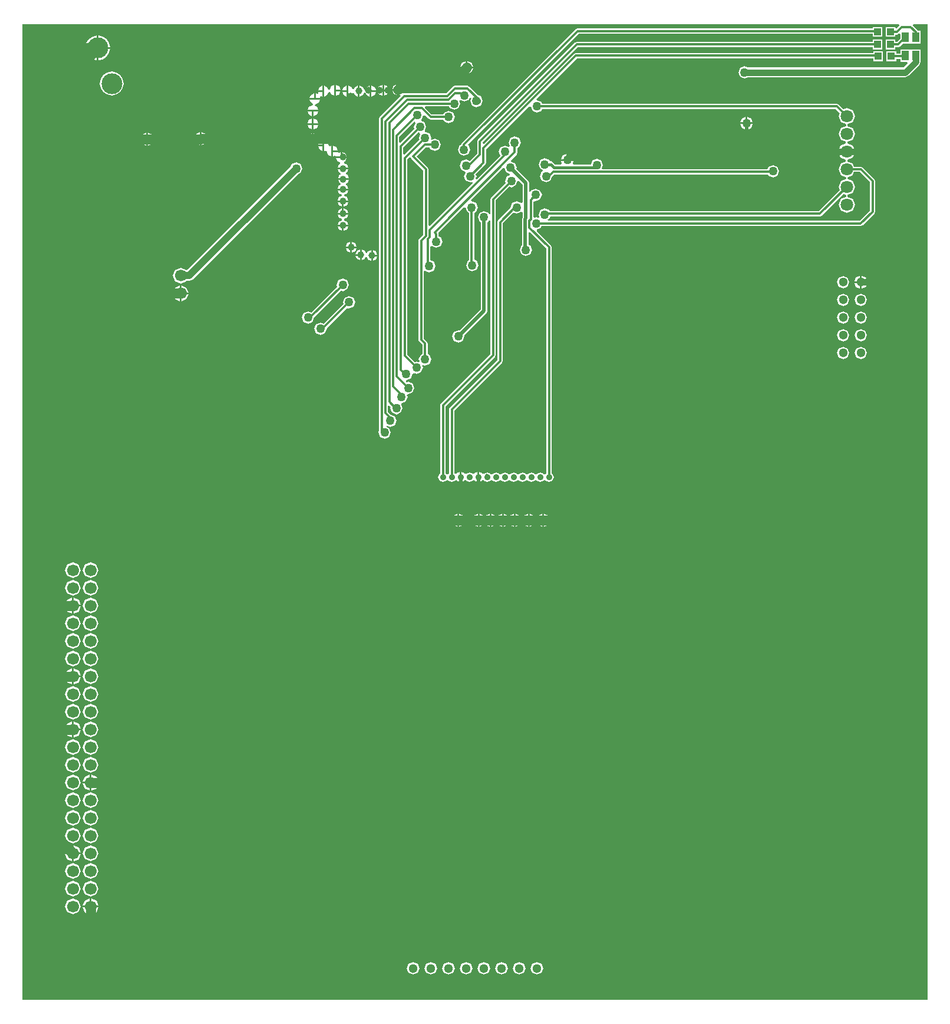
<source format=gbl>
%FSLAX44Y44*%
%MOMM*%
G71*
G01*
G75*
G04 Layer_Physical_Order=2*
G04 Layer_Color=16711680*
%ADD10R,1.0000X1.0000*%
%ADD11R,1.0000X1.0000*%
%ADD12R,0.5500X1.5000*%
%ADD13R,1.5000X0.5500*%
%ADD14R,2.0000X5.5000*%
%ADD15R,0.7600X1.7800*%
%ADD16R,0.7200X1.7800*%
%ADD17R,4.3000X2.6000*%
%ADD18R,5.7000X5.5000*%
%ADD19C,0.5000*%
%ADD20C,0.3000*%
%ADD21C,2.0000*%
%ADD22C,0.9000*%
%ADD23C,1.4000*%
%ADD24C,0.5400*%
%ADD25C,0.2540*%
%ADD26C,1.0000*%
%ADD27C,0.4000*%
%ADD28C,1.8000*%
%ADD29C,0.9000*%
%ADD30C,1.3000*%
%ADD31C,1.7000*%
%ADD32C,3.0000*%
%ADD33C,1.2700*%
%ADD34C,1.0000*%
%ADD35R,1.0000X1.4000*%
G36*
X1300000Y2000D02*
X1300000Y0D01*
X0D01*
Y1400000D01*
X0Y1400000D01*
X1258814D01*
X1259643Y1398000D01*
X1256000Y1394357D01*
X1254000Y1395186D01*
Y1396000D01*
X1240000D01*
Y1382000D01*
X1254000D01*
Y1385212D01*
X1256000D01*
X1256000Y1385212D01*
X1258679Y1386321D01*
X1259152Y1386795D01*
X1261000Y1386029D01*
Y1379758D01*
X1256031Y1374788D01*
X1254000D01*
Y1378000D01*
X1240000D01*
Y1364000D01*
X1254000D01*
Y1367212D01*
X1257600D01*
X1257600Y1367212D01*
X1260279Y1368321D01*
X1264358Y1372400D01*
X1275000D01*
Y1372400D01*
X1276000D01*
Y1372400D01*
X1290000D01*
Y1390400D01*
X1286208D01*
X1286004Y1390894D01*
X1285679Y1391679D01*
X1285679Y1391679D01*
X1279358Y1398000D01*
X1280186Y1400000D01*
X1300000D01*
Y2000D01*
D02*
G37*
%LPC*%
G36*
X97700Y602265D02*
X89664Y598936D01*
X86335Y590900D01*
X89664Y582864D01*
X97700Y579535D01*
X105736Y582864D01*
X109065Y590900D01*
X105736Y598936D01*
X97700Y602265D01*
D02*
G37*
G36*
X72300Y627665D02*
X64264Y624336D01*
X60935Y616300D01*
X64264Y608264D01*
X72300Y604935D01*
X80336Y608264D01*
X83665Y616300D01*
X80336Y624336D01*
X72300Y627665D01*
D02*
G37*
G36*
Y602265D02*
X64264Y598936D01*
X60935Y590900D01*
X64264Y582864D01*
X72300Y579535D01*
X80336Y582864D01*
X83665Y590900D01*
X80336Y598936D01*
X72300Y602265D01*
D02*
G37*
G36*
X71030Y576923D02*
X63850Y573950D01*
X60876Y566770D01*
X71030D01*
Y576923D01*
D02*
G37*
G36*
X73570D02*
Y566770D01*
X83723D01*
X80750Y573950D01*
X73570Y576923D01*
D02*
G37*
G36*
X97700Y627665D02*
X89664Y624336D01*
X86335Y616300D01*
X89664Y608264D01*
X97700Y604935D01*
X105736Y608264D01*
X109065Y616300D01*
X105736Y624336D01*
X97700Y627665D01*
D02*
G37*
G36*
X736105Y686730D02*
X728270D01*
Y678904D01*
X733804Y681196D01*
X735981Y686451D01*
D01*
X736020Y686544D01*
X736105Y686730D01*
D02*
G37*
G36*
X746730D02*
X738895D01*
X738980Y686544D01*
X739019Y686451D01*
Y686451D01*
X741196Y681196D01*
X746730Y678904D01*
Y686730D01*
D02*
G37*
G36*
X653730D02*
X645904D01*
X648196Y681196D01*
X653730Y678904D01*
Y686730D01*
D02*
G37*
G36*
X624730D02*
X616904D01*
X619196Y681196D01*
X624730Y678904D01*
Y686730D01*
D02*
G37*
G36*
X635096D02*
X627270D01*
Y678904D01*
X632804Y681196D01*
X635096Y686730D01*
D02*
G37*
G36*
X97700Y576865D02*
X89664Y573536D01*
X86335Y565500D01*
X89664Y557464D01*
X97700Y554135D01*
X105736Y557464D01*
X109065Y565500D01*
X105736Y573536D01*
X97700Y576865D01*
D02*
G37*
G36*
X72300Y500665D02*
X64264Y497336D01*
X60935Y489300D01*
X64264Y481264D01*
X72300Y477935D01*
X80336Y481264D01*
X83665Y489300D01*
X80336Y497336D01*
X72300Y500665D01*
D02*
G37*
G36*
X97700D02*
X89664Y497336D01*
X86335Y489300D01*
X89664Y481264D01*
X97700Y477935D01*
X105736Y481264D01*
X109065Y489300D01*
X105736Y497336D01*
X97700Y500665D01*
D02*
G37*
G36*
X73570Y475323D02*
Y465170D01*
X83723D01*
X80750Y472350D01*
X73570Y475323D01*
D02*
G37*
G36*
X97700Y475265D02*
X89664Y471936D01*
X86335Y463900D01*
X89664Y455864D01*
X97700Y452535D01*
X105736Y455864D01*
X109065Y463900D01*
X105736Y471936D01*
X97700Y475265D01*
D02*
G37*
G36*
X71030Y475323D02*
X63850Y472350D01*
X60876Y465170D01*
X71030D01*
Y475323D01*
D02*
G37*
G36*
X72300Y526065D02*
X64264Y522736D01*
X60935Y514700D01*
X64264Y506664D01*
X72300Y503335D01*
X80336Y506664D01*
X83665Y514700D01*
X80336Y522736D01*
X72300Y526065D01*
D02*
G37*
G36*
X71030Y564230D02*
X60876D01*
X63850Y557050D01*
X71030Y554076D01*
Y564230D01*
D02*
G37*
G36*
X83723D02*
X73570D01*
Y554076D01*
X80750Y557050D01*
X83723Y564230D01*
D02*
G37*
G36*
X97700Y551465D02*
X89664Y548136D01*
X86335Y540100D01*
X89664Y532064D01*
X97700Y528735D01*
X105736Y532064D01*
X109065Y540100D01*
X105736Y548136D01*
X97700Y551465D01*
D02*
G37*
G36*
Y526065D02*
X89664Y522736D01*
X86335Y514700D01*
X89664Y506664D01*
X97700Y503335D01*
X105736Y506664D01*
X109065Y514700D01*
X105736Y522736D01*
X97700Y526065D01*
D02*
G37*
G36*
X72300Y551465D02*
X64264Y548136D01*
X60935Y540100D01*
X64264Y532064D01*
X72300Y528735D01*
X80336Y532064D01*
X83665Y540100D01*
X80336Y548136D01*
X72300Y551465D01*
D02*
G37*
G36*
X757096Y686730D02*
X749270D01*
Y678904D01*
X754804Y681196D01*
X757096Y686730D01*
D02*
G37*
G36*
X1204150Y962700D02*
X1197644Y960006D01*
X1194950Y953500D01*
X1197644Y946994D01*
X1204150Y944300D01*
X1210656Y946994D01*
X1213350Y953500D01*
X1210656Y960006D01*
X1204150Y962700D01*
D02*
G37*
G36*
X1178750Y988100D02*
X1172244Y985406D01*
X1169550Y978900D01*
X1172244Y972394D01*
X1178750Y969700D01*
X1185256Y972394D01*
X1187950Y978900D01*
X1185256Y985406D01*
X1178750Y988100D01*
D02*
G37*
G36*
Y962700D02*
X1172244Y960006D01*
X1169550Y953500D01*
X1172244Y946994D01*
X1178750Y944300D01*
X1185256Y946994D01*
X1187950Y953500D01*
X1185256Y960006D01*
X1178750Y962700D01*
D02*
G37*
G36*
Y937300D02*
X1172244Y934606D01*
X1169550Y928100D01*
X1172244Y921594D01*
X1178750Y918900D01*
X1185256Y921594D01*
X1187950Y928100D01*
X1185256Y934606D01*
X1178750Y937300D01*
D02*
G37*
G36*
X1204150D02*
X1197644Y934606D01*
X1194950Y928100D01*
X1197644Y921594D01*
X1204150Y918900D01*
X1210656Y921594D01*
X1213350Y928100D01*
X1210656Y934606D01*
X1204150Y937300D01*
D02*
G37*
G36*
Y988100D02*
X1197644Y985406D01*
X1194950Y978900D01*
X1197644Y972394D01*
X1204150Y969700D01*
X1210656Y972394D01*
X1213350Y978900D01*
X1210656Y985406D01*
X1204150Y988100D01*
D02*
G37*
G36*
X225730Y1012330D02*
X215576D01*
X218550Y1005150D01*
X225730Y1002177D01*
Y1012330D01*
D02*
G37*
G36*
X238424D02*
X228270D01*
Y1002177D01*
X235450Y1005150D01*
X238424Y1012330D01*
D02*
G37*
G36*
X1204150Y1013500D02*
X1197644Y1010806D01*
X1194950Y1004300D01*
X1197644Y997794D01*
X1204150Y995100D01*
X1210656Y997794D01*
X1213350Y1004300D01*
X1210656Y1010806D01*
X1204150Y1013500D01*
D02*
G37*
G36*
X469000Y1010038D02*
X462609Y1007391D01*
X459962Y1001000D01*
X461040Y998398D01*
X432724Y970081D01*
X428000Y972038D01*
X421609Y969391D01*
X418962Y963000D01*
X421609Y956609D01*
X428000Y953962D01*
X434391Y956609D01*
X437038Y963000D01*
X436839Y963481D01*
X466398Y993040D01*
X469000Y991962D01*
X475391Y994609D01*
X478038Y1001000D01*
X475391Y1007391D01*
X469000Y1010038D01*
D02*
G37*
G36*
X1178750Y1013500D02*
X1172244Y1010806D01*
X1169550Y1004300D01*
X1172244Y997794D01*
X1178750Y995100D01*
X1185256Y997794D01*
X1187950Y1004300D01*
X1185256Y1010806D01*
X1178750Y1013500D01*
D02*
G37*
G36*
X653330Y757094D02*
X649212Y755388D01*
X648958Y754775D01*
X646958D01*
X646875Y754975D01*
X641900Y757036D01*
X636925Y754975D01*
X636842Y754775D01*
X634842D01*
X634588Y755388D01*
X630470Y757094D01*
Y750000D01*
Y742906D01*
X634588Y744612D01*
X634842Y745225D01*
X636842D01*
X636925Y745025D01*
X641900Y742964D01*
X646875Y745025D01*
X646958Y745225D01*
X648958D01*
X649212Y744612D01*
X653330Y742906D01*
Y750000D01*
Y757094D01*
D02*
G37*
G36*
X653730Y697096D02*
X648196Y694804D01*
X645904Y689270D01*
X653730D01*
Y697096D01*
D02*
G37*
G36*
X728270D02*
Y689270D01*
X736105D01*
X736020Y689456D01*
X735981Y689549D01*
Y689549D01*
X733804Y694804D01*
X728270Y697096D01*
D02*
G37*
G36*
X627270D02*
Y689270D01*
X635096D01*
X632804Y694804D01*
X627270Y697096D01*
D02*
G37*
G36*
X737471Y688224D02*
Y687776D01*
X737529D01*
Y688224D01*
X737471D01*
D02*
G37*
G36*
X624730Y697096D02*
X619196Y694804D01*
X616904Y689270D01*
X624730D01*
Y697096D01*
D02*
G37*
G36*
X746730D02*
X741196Y694804D01*
X739019Y689549D01*
D01*
X738980Y689456D01*
X738895Y689270D01*
X746730D01*
Y697096D01*
D02*
G37*
G36*
X705730D02*
X700196Y694804D01*
X699500Y693124D01*
X697500D01*
X696804Y694804D01*
X691270Y697096D01*
Y688000D01*
Y678904D01*
X696804Y681196D01*
X697500Y682876D01*
X699500D01*
X700196Y681196D01*
X705730Y678904D01*
Y688000D01*
Y697096D01*
D02*
G37*
G36*
X670730D02*
X665196Y694804D01*
X664500Y693124D01*
X662500D01*
X661804Y694804D01*
X656270Y697096D01*
Y688000D01*
Y678904D01*
X661804Y681196D01*
X662500Y682876D01*
X664500D01*
X665196Y681196D01*
X670730Y678904D01*
Y688000D01*
Y697096D01*
D02*
G37*
G36*
X688730D02*
X683196Y694804D01*
X682000Y691917D01*
X680000D01*
X678804Y694804D01*
X673270Y697096D01*
Y688000D01*
Y678904D01*
X678804Y681196D01*
X680000Y684083D01*
X682000D01*
X683196Y681196D01*
X688730Y678904D01*
Y688000D01*
Y697096D01*
D02*
G37*
G36*
X749270D02*
Y689270D01*
X757096D01*
X754804Y694804D01*
X749270Y697096D01*
D02*
G37*
G36*
X725730D02*
X720196Y694804D01*
X718082Y689702D01*
X715918D01*
X713804Y694804D01*
X708270Y697096D01*
Y688000D01*
Y678904D01*
X713804Y681196D01*
X715918Y686298D01*
X718082D01*
X720196Y681196D01*
X725730Y678904D01*
Y688000D01*
Y697096D01*
D02*
G37*
G36*
X83723Y462630D02*
X73570D01*
Y452477D01*
X80750Y455450D01*
X83723Y462630D01*
D02*
G37*
G36*
X72300Y195865D02*
X64264Y192536D01*
X60935Y184500D01*
X64264Y176464D01*
X72300Y173135D01*
X80336Y176464D01*
X83665Y184500D01*
X80336Y192536D01*
X72300Y195865D01*
D02*
G37*
G36*
X97700D02*
X89664Y192536D01*
X86335Y184500D01*
X89664Y176464D01*
X97700Y173135D01*
X105736Y176464D01*
X109065Y184500D01*
X105736Y192536D01*
X97700Y195865D01*
D02*
G37*
G36*
Y170465D02*
X89664Y167136D01*
X86335Y159100D01*
X89664Y151064D01*
X97700Y147735D01*
X105736Y151064D01*
X109065Y159100D01*
X105736Y167136D01*
X97700Y170465D01*
D02*
G37*
G36*
X98970Y145124D02*
Y134970D01*
X109123D01*
X106150Y142150D01*
X98970Y145124D01*
D02*
G37*
G36*
X72300Y170465D02*
X64264Y167136D01*
X60935Y159100D01*
X64264Y151064D01*
X72300Y147735D01*
X80336Y151064D01*
X83665Y159100D01*
X80336Y167136D01*
X72300Y170465D01*
D02*
G37*
G36*
X71030Y208630D02*
X60876D01*
X63850Y201450D01*
X71030Y198477D01*
Y208630D01*
D02*
G37*
G36*
X73570Y221324D02*
Y211170D01*
X83723D01*
X80750Y218350D01*
X73570Y221324D01*
D02*
G37*
G36*
X72300Y246665D02*
X64264Y243336D01*
X60935Y235300D01*
X64264Y227264D01*
X72300Y223935D01*
X80336Y227264D01*
X83665Y235300D01*
X80336Y243336D01*
X72300Y246665D01*
D02*
G37*
G36*
X71030Y221324D02*
X63850Y218350D01*
X60876Y211170D01*
X71030D01*
Y221324D01*
D02*
G37*
G36*
X83723Y208630D02*
X73570D01*
Y198477D01*
X80750Y201450D01*
X83723Y208630D01*
D02*
G37*
G36*
X97700Y221265D02*
X89664Y217936D01*
X86335Y209900D01*
X89664Y201864D01*
X97700Y198535D01*
X105736Y201864D01*
X109065Y209900D01*
X105736Y217936D01*
X97700Y221265D01*
D02*
G37*
G36*
X96430Y145124D02*
X89250Y142150D01*
X86277Y134970D01*
X96430D01*
Y145124D01*
D02*
G37*
G36*
X637300Y54200D02*
X630794Y51506D01*
X628100Y45000D01*
X630794Y38494D01*
X637300Y35800D01*
X643806Y38494D01*
X646500Y45000D01*
X643806Y51506D01*
X637300Y54200D01*
D02*
G37*
G36*
X662700D02*
X656194Y51506D01*
X653500Y45000D01*
X656194Y38494D01*
X662700Y35800D01*
X669206Y38494D01*
X671900Y45000D01*
X669206Y51506D01*
X662700Y54200D01*
D02*
G37*
G36*
X611900D02*
X605394Y51506D01*
X602700Y45000D01*
X605394Y38494D01*
X611900Y35800D01*
X618406Y38494D01*
X621100Y45000D01*
X618406Y51506D01*
X611900Y54200D01*
D02*
G37*
G36*
X561100D02*
X554594Y51506D01*
X551900Y45000D01*
X554594Y38494D01*
X561100Y35800D01*
X567606Y38494D01*
X570300Y45000D01*
X567606Y51506D01*
X561100Y54200D01*
D02*
G37*
G36*
X586500D02*
X579994Y51506D01*
X577300Y45000D01*
X579994Y38494D01*
X586500Y35800D01*
X593006Y38494D01*
X595700Y45000D01*
X593006Y51506D01*
X586500Y54200D01*
D02*
G37*
G36*
X688100D02*
X681594Y51506D01*
X678900Y45000D01*
X681594Y38494D01*
X688100Y35800D01*
X694606Y38494D01*
X697300Y45000D01*
X694606Y51506D01*
X688100Y54200D01*
D02*
G37*
G36*
X109123Y132430D02*
X98970D01*
Y122276D01*
X106150Y125250D01*
X109123Y132430D01*
D02*
G37*
G36*
X72300Y145065D02*
X64264Y141736D01*
X60935Y133700D01*
X64264Y125664D01*
X72300Y122335D01*
X80336Y125664D01*
X83665Y133700D01*
X80336Y141736D01*
X72300Y145065D01*
D02*
G37*
G36*
X96430Y132430D02*
X86277D01*
X89250Y125250D01*
X96430Y122276D01*
Y132430D01*
D02*
G37*
G36*
X713500Y54200D02*
X706994Y51506D01*
X704300Y45000D01*
X706994Y38494D01*
X713500Y35800D01*
X720006Y38494D01*
X722700Y45000D01*
X720006Y51506D01*
X713500Y54200D01*
D02*
G37*
G36*
X738900D02*
X732394Y51506D01*
X729700Y45000D01*
X732394Y38494D01*
X738900Y35800D01*
X745406Y38494D01*
X748100Y45000D01*
X745406Y51506D01*
X738900Y54200D01*
D02*
G37*
G36*
X97700Y246665D02*
X89664Y243336D01*
X86335Y235300D01*
X89664Y227264D01*
X97700Y223935D01*
X105736Y227264D01*
X109065Y235300D01*
X105736Y243336D01*
X97700Y246665D01*
D02*
G37*
G36*
Y399065D02*
X89664Y395736D01*
X86335Y387700D01*
X89664Y379664D01*
X97700Y376335D01*
X105736Y379664D01*
X109065Y387700D01*
X105736Y395736D01*
X97700Y399065D01*
D02*
G37*
G36*
X71030Y399123D02*
X63850Y396150D01*
X60876Y388970D01*
X71030D01*
Y399123D01*
D02*
G37*
G36*
X83723Y386430D02*
X73570D01*
Y376277D01*
X80750Y379250D01*
X83723Y386430D01*
D02*
G37*
G36*
X97700Y373665D02*
X89664Y370336D01*
X86335Y362300D01*
X89664Y354264D01*
X97700Y350935D01*
X105736Y354264D01*
X109065Y362300D01*
X105736Y370336D01*
X97700Y373665D01*
D02*
G37*
G36*
X71030Y386430D02*
X60876D01*
X63850Y379250D01*
X71030Y376277D01*
Y386430D01*
D02*
G37*
G36*
X73570Y399123D02*
Y388970D01*
X83723D01*
X80750Y396150D01*
X73570Y399123D01*
D02*
G37*
G36*
X97700Y449865D02*
X89664Y446536D01*
X86335Y438500D01*
X89664Y430464D01*
X97700Y427135D01*
X105736Y430464D01*
X109065Y438500D01*
X105736Y446536D01*
X97700Y449865D01*
D02*
G37*
G36*
X71030Y462630D02*
X60876D01*
X63850Y455450D01*
X71030Y452477D01*
Y462630D01*
D02*
G37*
G36*
X72300Y449865D02*
X64264Y446536D01*
X60935Y438500D01*
X64264Y430464D01*
X72300Y427135D01*
X80336Y430464D01*
X83665Y438500D01*
X80336Y446536D01*
X72300Y449865D01*
D02*
G37*
G36*
Y424465D02*
X64264Y421136D01*
X60935Y413100D01*
X64264Y405064D01*
X72300Y401735D01*
X80336Y405064D01*
X83665Y413100D01*
X80336Y421136D01*
X72300Y424465D01*
D02*
G37*
G36*
X97700D02*
X89664Y421136D01*
X86335Y413100D01*
X89664Y405064D01*
X97700Y401735D01*
X105736Y405064D01*
X109065Y413100D01*
X105736Y421136D01*
X97700Y424465D01*
D02*
G37*
G36*
X72300Y373665D02*
X64264Y370336D01*
X60935Y362300D01*
X64264Y354264D01*
X72300Y350935D01*
X80336Y354264D01*
X83665Y362300D01*
X80336Y370336D01*
X72300Y373665D01*
D02*
G37*
G36*
X97700Y297465D02*
X89664Y294136D01*
X86335Y286100D01*
X89664Y278064D01*
X97700Y274735D01*
X105736Y278064D01*
X109065Y286100D01*
X105736Y294136D01*
X97700Y297465D01*
D02*
G37*
G36*
X96430Y310230D02*
X86277D01*
X89250Y303050D01*
X96430Y300077D01*
Y310230D01*
D02*
G37*
G36*
X72300Y297465D02*
X64264Y294136D01*
X60935Y286100D01*
X64264Y278064D01*
X72300Y274735D01*
X80336Y278064D01*
X83665Y286100D01*
X80336Y294136D01*
X72300Y297465D01*
D02*
G37*
G36*
Y272065D02*
X64264Y268736D01*
X60935Y260700D01*
X64264Y252664D01*
X72300Y249335D01*
X80336Y252664D01*
X83665Y260700D01*
X80336Y268736D01*
X72300Y272065D01*
D02*
G37*
G36*
X97700D02*
X89664Y268736D01*
X86335Y260700D01*
X89664Y252664D01*
X97700Y249335D01*
X105736Y252664D01*
X109065Y260700D01*
X105736Y268736D01*
X97700Y272065D01*
D02*
G37*
G36*
X109123Y310230D02*
X98970D01*
Y300077D01*
X106150Y303050D01*
X109123Y310230D01*
D02*
G37*
G36*
X72300Y348265D02*
X64264Y344936D01*
X60935Y336900D01*
X64264Y328864D01*
X72300Y325535D01*
X80336Y328864D01*
X83665Y336900D01*
X80336Y344936D01*
X72300Y348265D01*
D02*
G37*
G36*
X97700D02*
X89664Y344936D01*
X86335Y336900D01*
X89664Y328864D01*
X97700Y325535D01*
X105736Y328864D01*
X109065Y336900D01*
X105736Y344936D01*
X97700Y348265D01*
D02*
G37*
G36*
X98970Y322924D02*
Y312770D01*
X109123D01*
X106150Y319950D01*
X98970Y322924D01*
D02*
G37*
G36*
X72300Y322865D02*
X64264Y319536D01*
X60935Y311500D01*
X64264Y303464D01*
X72300Y300135D01*
X80336Y303464D01*
X83665Y311500D01*
X80336Y319536D01*
X72300Y322865D01*
D02*
G37*
G36*
X96430Y322924D02*
X89250Y319950D01*
X86277Y312770D01*
X96430D01*
Y322924D01*
D02*
G37*
G36*
X225730Y1025023D02*
X218550Y1022050D01*
X215576Y1014870D01*
X225730D01*
Y1025023D01*
D02*
G37*
G36*
X1038730Y1267096D02*
X1033196Y1264804D01*
X1030904Y1259270D01*
X1038730D01*
Y1267096D01*
D02*
G37*
G36*
X1041270D02*
Y1259270D01*
X1049096D01*
X1046804Y1264804D01*
X1041270Y1267096D01*
D02*
G37*
G36*
X418270Y1264635D02*
Y1258270D01*
X424635D01*
X422771Y1262771D01*
X418270Y1264635D01*
D02*
G37*
G36*
X424635Y1255730D02*
X418270D01*
Y1249365D01*
X422771Y1251229D01*
X424635Y1255730D01*
D02*
G37*
G36*
X415730Y1264635D02*
X411229Y1262771D01*
X409365Y1258270D01*
X415730D01*
Y1264635D01*
D02*
G37*
G36*
Y1274730D02*
X409365D01*
X411229Y1270229D01*
X415730Y1268365D01*
Y1274730D01*
D02*
G37*
G36*
X465730Y1302730D02*
X459365D01*
X459427Y1302581D01*
X459427Y1302581D01*
X461229Y1298229D01*
X465730Y1296365D01*
Y1302730D01*
D02*
G37*
G36*
X507635D02*
X501270D01*
Y1296365D01*
X505771Y1298229D01*
X507573Y1302581D01*
X507573Y1302581D01*
X507635Y1302730D01*
D02*
G37*
G36*
X418730Y1300635D02*
X414229Y1298771D01*
X412365Y1294270D01*
X418730D01*
Y1300635D01*
D02*
G37*
G36*
X424635Y1274730D02*
X418270D01*
Y1268365D01*
X422771Y1270229D01*
X424635Y1274730D01*
D02*
G37*
G36*
X427635Y1291730D02*
X412365D01*
X414229Y1287229D01*
X417175Y1286009D01*
X416705Y1284039D01*
X411229Y1281771D01*
X409365Y1277270D01*
X424635D01*
X422771Y1281771D01*
X419825Y1282991D01*
X420295Y1284961D01*
X425771Y1287229D01*
X427635Y1291730D01*
D02*
G37*
G36*
X180270Y1244096D02*
Y1236270D01*
X188096D01*
X185804Y1241804D01*
X180270Y1244096D01*
D02*
G37*
G36*
X254730Y1245096D02*
X249196Y1242804D01*
X246904Y1237270D01*
X254730D01*
Y1245096D01*
D02*
G37*
G36*
X177730Y1244096D02*
X172196Y1241804D01*
X169904Y1236270D01*
X177730D01*
Y1244096D01*
D02*
G37*
G36*
X424635Y1234730D02*
X418270D01*
Y1228365D01*
X422771Y1230229D01*
X424635Y1234730D01*
D02*
G37*
G36*
X1276000Y1364000D02*
X1275227D01*
X1275000D01*
X1275000D01*
X1273000Y1364000D01*
X1261000D01*
Y1357788D01*
X1255000D01*
Y1361000D01*
X1241000D01*
Y1347000D01*
X1255000D01*
Y1350212D01*
X1261000D01*
Y1346000D01*
X1270630D01*
X1271395Y1344152D01*
X1265278Y1338036D01*
X1041834D01*
X1037000Y1340038D01*
X1030609Y1337391D01*
X1027962Y1331000D01*
X1030609Y1324609D01*
X1037000Y1321962D01*
X1041834Y1323965D01*
X1268192D01*
X1268192Y1323964D01*
X1273167Y1326025D01*
X1287975Y1340833D01*
X1287975Y1340833D01*
X1289005Y1343320D01*
X1290036Y1345808D01*
X1290036Y1345808D01*
Y1355000D01*
X1290000Y1355086D01*
Y1364000D01*
X1277000D01*
X1276000Y1364000D01*
D02*
G37*
G36*
X257270Y1245096D02*
Y1237270D01*
X265096D01*
X262804Y1242804D01*
X257270Y1245096D01*
D02*
G37*
G36*
X1049096Y1256730D02*
X1041270D01*
Y1248904D01*
X1046804Y1251196D01*
X1049096Y1256730D01*
D02*
G37*
G36*
X415730Y1255730D02*
X409365D01*
X411229Y1251229D01*
X415730Y1249365D01*
Y1255730D01*
D02*
G37*
G36*
X1038730Y1256730D02*
X1030904D01*
X1033196Y1251196D01*
X1038730Y1248904D01*
Y1256730D01*
D02*
G37*
G36*
X415730Y1243635D02*
X411229Y1241771D01*
X409365Y1237270D01*
X415730D01*
Y1243635D01*
D02*
G37*
G36*
X418270D02*
Y1237270D01*
X424635D01*
X422771Y1241771D01*
X418270Y1243635D01*
D02*
G37*
G36*
X456645Y1303730D02*
X450270D01*
Y1297365D01*
X454771Y1299229D01*
X456426Y1303226D01*
X456442Y1303264D01*
X456645Y1303730D01*
D02*
G37*
G36*
X537730Y1313635D02*
X533229Y1311771D01*
X531365Y1307270D01*
X537730D01*
Y1313635D01*
D02*
G37*
G36*
X540270D02*
Y1307270D01*
X546635D01*
X544771Y1311771D01*
X540270Y1313635D01*
D02*
G37*
G36*
X481730Y1311635D02*
X477229Y1309771D01*
X476000Y1306803D01*
X474000D01*
X472771Y1309771D01*
X468270Y1311635D01*
Y1304000D01*
Y1296365D01*
X472771Y1298229D01*
X474000Y1301197D01*
X476000D01*
X477229Y1298229D01*
X481730Y1296365D01*
Y1304000D01*
Y1311635D01*
D02*
G37*
G36*
X519270Y1312635D02*
Y1306270D01*
X525635D01*
X523771Y1310771D01*
X519270Y1312635D01*
D02*
G37*
G36*
X447730D02*
X443229Y1310771D01*
X441375Y1306295D01*
X439211D01*
X437771Y1309771D01*
X433270Y1311635D01*
Y1304000D01*
Y1296365D01*
X437771Y1298229D01*
X439625Y1302705D01*
X441790D01*
X443229Y1299229D01*
X447730Y1297365D01*
Y1305000D01*
Y1312635D01*
D02*
G37*
G36*
X636730Y1336730D02*
X628904D01*
X631196Y1331196D01*
X636730Y1328904D01*
Y1336730D01*
D02*
G37*
G36*
X106730Y1364730D02*
X90369D01*
X91478Y1359156D01*
X95354Y1353354D01*
X101156Y1349478D01*
X106730Y1348369D01*
Y1364730D01*
D02*
G37*
G36*
X125631D02*
X109270D01*
Y1348369D01*
X114844Y1349478D01*
X120646Y1353354D01*
X124522Y1359156D01*
X125631Y1364730D01*
D02*
G37*
G36*
X639270Y1347096D02*
Y1339270D01*
X647096D01*
X644804Y1344804D01*
X639270Y1347096D01*
D02*
G37*
G36*
X647096Y1336730D02*
X639270D01*
Y1328904D01*
X644804Y1331196D01*
X647096Y1336730D01*
D02*
G37*
G36*
X636730Y1347096D02*
X631196Y1344804D01*
X628904Y1339270D01*
X636730D01*
Y1347096D01*
D02*
G37*
G36*
X537730Y1304730D02*
X531365D01*
X533229Y1300229D01*
X537730Y1298365D01*
Y1304730D01*
D02*
G37*
G36*
X430730Y1302730D02*
X424365D01*
X424971Y1301267D01*
X423440Y1299736D01*
X421270Y1300635D01*
Y1294270D01*
X427635D01*
X427029Y1295733D01*
X428560Y1297264D01*
X430730Y1296365D01*
Y1302730D01*
D02*
G37*
G36*
X128000Y1332333D02*
X121367Y1331014D01*
X115744Y1327256D01*
X111986Y1321633D01*
X110667Y1315000D01*
X111986Y1308367D01*
X115744Y1302744D01*
X121367Y1298986D01*
X128000Y1297667D01*
X134633Y1298986D01*
X140256Y1302744D01*
X144014Y1308367D01*
X145333Y1315000D01*
X144014Y1321633D01*
X140256Y1327256D01*
X134633Y1331014D01*
X128000Y1332333D01*
D02*
G37*
G36*
X516730Y1303730D02*
X510355D01*
X510558Y1303264D01*
X510574Y1303226D01*
X510574Y1303226D01*
X512229Y1299229D01*
X516730Y1297365D01*
Y1303730D01*
D02*
G37*
G36*
X525635D02*
X519270D01*
Y1297365D01*
X523771Y1299229D01*
X525635Y1303730D01*
D02*
G37*
G36*
X430730Y1311635D02*
X426229Y1309771D01*
X424365Y1305270D01*
X430730D01*
Y1311635D01*
D02*
G37*
G36*
X450270Y1312635D02*
Y1306270D01*
X456635D01*
X456573Y1306419D01*
X456573Y1306419D01*
X454771Y1310771D01*
X450270Y1312635D01*
D02*
G37*
G36*
X516730D02*
X512229Y1310771D01*
X510427Y1306419D01*
X510427Y1306419D01*
X510365Y1306270D01*
X516730D01*
Y1312635D01*
D02*
G37*
G36*
X498730Y1311635D02*
X494229Y1309771D01*
X492582Y1305795D01*
X490418D01*
X488771Y1309771D01*
X484270Y1311635D01*
Y1304000D01*
Y1296365D01*
X488771Y1298229D01*
X490418Y1302205D01*
X492582D01*
X494229Y1298229D01*
X498730Y1296365D01*
Y1304000D01*
Y1311635D01*
D02*
G37*
G36*
X465730D02*
X461229Y1309771D01*
X459574Y1305774D01*
X459558Y1305736D01*
X459355Y1305270D01*
X465730D01*
Y1311635D01*
D02*
G37*
G36*
X501270D02*
Y1305270D01*
X507645D01*
X507442Y1305736D01*
X507426Y1305774D01*
X507426Y1305774D01*
X505771Y1309771D01*
X501270Y1311635D01*
D02*
G37*
G36*
X415730Y1234730D02*
X409365D01*
X411229Y1230229D01*
X415730Y1228365D01*
Y1234730D01*
D02*
G37*
G36*
X470730Y1078730D02*
X464365D01*
X466229Y1074229D01*
X470730Y1072365D01*
Y1078730D01*
D02*
G37*
G36*
X479635D02*
X473270D01*
Y1072365D01*
X477771Y1074229D01*
X479635Y1078730D01*
D02*
G37*
G36*
X484730Y1076635D02*
X480229Y1074771D01*
X478365Y1070270D01*
X484730D01*
Y1076635D01*
D02*
G37*
G36*
X1235000Y1396000D02*
X1221000D01*
Y1393788D01*
X797000D01*
X797000Y1393788D01*
X795106Y1393004D01*
X794321Y1392679D01*
X794321Y1392679D01*
X631321Y1229679D01*
X630446Y1227566D01*
X627609Y1226391D01*
X624962Y1220000D01*
X627609Y1213609D01*
X634000Y1210962D01*
X640391Y1213609D01*
X643038Y1220000D01*
X640391Y1226391D01*
X640118Y1227761D01*
X798569Y1386212D01*
X1221000D01*
Y1382000D01*
X1235000D01*
Y1396000D01*
D02*
G37*
G36*
X503270Y1075635D02*
Y1069270D01*
X509635D01*
X507771Y1073771D01*
X503270Y1075635D01*
D02*
G37*
G36*
X470730Y1087635D02*
X466229Y1085771D01*
X464365Y1081270D01*
X470730D01*
Y1087635D01*
D02*
G37*
G36*
X467635Y1126730D02*
X452365D01*
X454229Y1122229D01*
X458205Y1120582D01*
Y1118418D01*
X454229Y1116771D01*
X452365Y1112270D01*
X467635D01*
X465771Y1116771D01*
X461795Y1118418D01*
Y1120582D01*
X465771Y1122229D01*
X467635Y1126730D01*
D02*
G37*
G36*
X1235000Y1378000D02*
X1221000D01*
Y1374788D01*
X796000D01*
X796000Y1374788D01*
X794106Y1374004D01*
X793321Y1373679D01*
X793321Y1373679D01*
X654321Y1234679D01*
X653212Y1232000D01*
X653212Y1232000D01*
Y1214569D01*
X642431Y1203788D01*
X637000Y1206038D01*
X630609Y1203391D01*
X627962Y1197000D01*
X630609Y1190609D01*
X635208Y1188704D01*
X635974Y1186856D01*
X633962Y1182000D01*
X636609Y1175609D01*
X643000Y1172962D01*
X646032Y1174218D01*
X647165Y1172522D01*
X585136Y1110494D01*
X583288Y1111259D01*
Y1191700D01*
X582179Y1194379D01*
X582179Y1194379D01*
X566458Y1210100D01*
X579569Y1223212D01*
X584531D01*
X585609Y1220609D01*
X592000Y1217962D01*
X598391Y1220609D01*
X601038Y1227000D01*
X598391Y1233391D01*
X592000Y1236038D01*
X588200Y1234464D01*
X586785Y1235878D01*
X587188Y1236850D01*
X584541Y1243241D01*
X578951Y1245556D01*
X578113Y1246122D01*
X577858Y1247736D01*
X580038Y1253000D01*
X577391Y1259391D01*
X572912Y1261246D01*
Y1263411D01*
X573391Y1263609D01*
X575680Y1269135D01*
X577886Y1269757D01*
X583321Y1264321D01*
X583321Y1264321D01*
X586000Y1263212D01*
X604531D01*
X605609Y1260609D01*
X612000Y1257962D01*
X618391Y1260609D01*
X621038Y1267000D01*
X618391Y1273391D01*
X612000Y1276038D01*
X605609Y1273391D01*
X604531Y1270788D01*
X587569D01*
X578146Y1280212D01*
X578974Y1282212D01*
X612531D01*
X613609Y1279609D01*
X620000Y1276962D01*
X626391Y1279609D01*
X629038Y1286000D01*
X627223Y1290383D01*
X628935Y1291474D01*
X635000Y1288962D01*
X641391Y1291609D01*
X642376Y1293988D01*
X644682Y1294330D01*
X644731Y1294271D01*
X642962Y1290000D01*
X645609Y1283609D01*
X652000Y1280962D01*
X658391Y1283609D01*
X661038Y1290000D01*
X658391Y1296391D01*
X654133Y1298154D01*
X641759Y1310529D01*
X639080Y1311638D01*
X639080Y1311638D01*
X620849D01*
X620849Y1311638D01*
X618955Y1310854D01*
X618170Y1310529D01*
X618170Y1310529D01*
X608430Y1300788D01*
X548000D01*
X548000Y1300788D01*
X546995Y1300372D01*
X545464Y1301903D01*
X546635Y1304730D01*
X540270D01*
Y1298365D01*
X541822Y1299008D01*
X542954Y1297312D01*
X513321Y1267679D01*
X512212Y1265000D01*
X512212Y1265000D01*
Y817017D01*
X510962Y814000D01*
X513609Y807609D01*
X520000Y804962D01*
X526391Y807609D01*
X529038Y814000D01*
X526391Y820391D01*
X521646Y822356D01*
X521647Y822427D01*
X523680Y823749D01*
X527999Y821960D01*
X534390Y824607D01*
X537037Y830998D01*
X534390Y837389D01*
X528549Y839808D01*
X524788Y843569D01*
Y852241D01*
X526636Y853006D01*
X528747Y850896D01*
X527961Y848998D01*
X530608Y842607D01*
X536999Y839960D01*
X543390Y842607D01*
X546037Y848998D01*
X543918Y854112D01*
X543990Y855756D01*
X545012Y856380D01*
X550390Y858607D01*
X553037Y864998D01*
X551856Y867850D01*
X553270Y869265D01*
X554000Y868962D01*
X560391Y871609D01*
X563038Y878000D01*
X560391Y884391D01*
X554000Y887038D01*
X552002Y886210D01*
X551038Y887180D01*
X551648Y889230D01*
X557391Y891609D01*
X560038Y898000D01*
X559905Y898322D01*
X561435Y899853D01*
X566000Y897962D01*
X572391Y900609D01*
X575038Y907000D01*
X573943Y909642D01*
X575358Y911057D01*
X578000Y909962D01*
X584391Y912609D01*
X587038Y919000D01*
X584391Y925391D01*
X581788Y926469D01*
Y941908D01*
X581788Y941908D01*
X581234Y943248D01*
X580679Y944587D01*
X580679Y944587D01*
X576288Y948977D01*
Y1045317D01*
X578288Y1046328D01*
X584000Y1043962D01*
X590391Y1046609D01*
X593038Y1053000D01*
X590391Y1059391D01*
X585938Y1061235D01*
Y1080664D01*
X587938Y1081470D01*
X593999Y1078960D01*
X600390Y1081607D01*
X603037Y1087998D01*
X600390Y1094389D01*
X597787Y1095467D01*
Y1099001D01*
X597787Y1099001D01*
X597076Y1100718D01*
X634114Y1137757D01*
X636028Y1136842D01*
X638609Y1130609D01*
X641212Y1129531D01*
Y1061055D01*
X639609Y1060391D01*
X636962Y1054000D01*
X639609Y1047609D01*
X646000Y1044962D01*
X652391Y1047609D01*
X655038Y1054000D01*
X652391Y1060391D01*
X648788Y1061883D01*
Y1129531D01*
X651391Y1130609D01*
X654038Y1137000D01*
X651391Y1143391D01*
X645158Y1145972D01*
X644243Y1147886D01*
X690114Y1193757D01*
X692320Y1193135D01*
X694609Y1187609D01*
X700002Y1185375D01*
Y1183211D01*
X695609Y1181391D01*
X692962Y1175000D01*
X694040Y1172398D01*
X673321Y1151679D01*
X672212Y1149000D01*
X672212Y1149000D01*
Y1127807D01*
X670212Y1127409D01*
X669391Y1129391D01*
X663000Y1132038D01*
X656609Y1129391D01*
X653962Y1123000D01*
X656609Y1116609D01*
X658129Y1115980D01*
Y991018D01*
X627520Y960408D01*
X626000Y961038D01*
X619609Y958391D01*
X616962Y952000D01*
X619609Y945609D01*
X626000Y942962D01*
X632391Y945609D01*
X635038Y952000D01*
X634408Y953520D01*
X666444Y985556D01*
X667871Y989000D01*
Y1115980D01*
X669391Y1116609D01*
X670212Y1118591D01*
X672212Y1118193D01*
Y926569D01*
X601121Y855479D01*
X600012Y852800D01*
X600012Y852800D01*
Y755466D01*
X598825Y754975D01*
X596764Y750000D01*
X598825Y745025D01*
X603800Y742964D01*
X608775Y745025D01*
X609150Y745931D01*
X611150D01*
X611525Y745025D01*
X616500Y742964D01*
X621475Y745025D01*
X621558Y745225D01*
X623558D01*
X623812Y744612D01*
X627930Y742906D01*
Y750000D01*
Y757094D01*
X623812Y755388D01*
X623558Y754775D01*
X621558D01*
X621475Y754975D01*
X620288Y755466D01*
Y845931D01*
X688679Y914321D01*
X688679Y914321D01*
X689004Y915106D01*
X689788Y917000D01*
X689788Y917000D01*
Y1114431D01*
X705276Y1129919D01*
X710000Y1127962D01*
X716129Y1130501D01*
X718129Y1129734D01*
Y1122617D01*
X717279Y1120565D01*
Y1082668D01*
X716609Y1082391D01*
X713962Y1076000D01*
X716609Y1069609D01*
X723000Y1066962D01*
X729391Y1069609D01*
X732038Y1076000D01*
X729391Y1082391D01*
X727021Y1083372D01*
Y1101309D01*
X728868Y1102074D01*
X752412Y1078531D01*
Y755466D01*
X751225Y754975D01*
X750850Y754069D01*
X748850D01*
X748475Y754975D01*
X743500Y757036D01*
X738525Y754975D01*
X738150Y754069D01*
X736150D01*
X735775Y754975D01*
X730800Y757036D01*
X725825Y754975D01*
X725450Y754069D01*
X723450D01*
X723075Y754975D01*
X718100Y757036D01*
X713125Y754975D01*
X712750Y754069D01*
X710750D01*
X710375Y754975D01*
X705400Y757036D01*
X700425Y754975D01*
X700050Y754069D01*
X698050D01*
X697675Y754975D01*
X692700Y757036D01*
X687725Y754975D01*
X687350Y754069D01*
X685350D01*
X684975Y754975D01*
X680000Y757036D01*
X675025Y754975D01*
X674650Y754069D01*
X672650D01*
X672275Y754975D01*
X667300Y757036D01*
X662325Y754975D01*
X662242Y754775D01*
X660242D01*
X659988Y755388D01*
X655870Y757094D01*
Y750000D01*
Y742906D01*
X659988Y744612D01*
X660242Y745225D01*
X662242D01*
X662325Y745025D01*
X667300Y742964D01*
X672275Y745025D01*
X672650Y745931D01*
X674650D01*
X675025Y745025D01*
X680000Y742964D01*
X684975Y745025D01*
X685350Y745931D01*
X687350D01*
X687725Y745025D01*
X692700Y742964D01*
X697675Y745025D01*
X698050Y745931D01*
X700050D01*
X700425Y745025D01*
X705400Y742964D01*
X710375Y745025D01*
X710750Y745931D01*
X712750D01*
X713125Y745025D01*
X718100Y742964D01*
X723075Y745025D01*
X723450Y745931D01*
X725450D01*
X725825Y745025D01*
X730800Y742964D01*
X735775Y745025D01*
X736150Y745931D01*
X738150D01*
X738525Y745025D01*
X743500Y742964D01*
X748475Y745025D01*
X748850Y745931D01*
X750850D01*
X751225Y745025D01*
X756200Y742964D01*
X761175Y745025D01*
X763235Y750000D01*
X761175Y754975D01*
X759988Y755466D01*
Y1080100D01*
X758879Y1082779D01*
X758879Y1082779D01*
X738543Y1103114D01*
X739078Y1105408D01*
X744391Y1107609D01*
X745469Y1110212D01*
X1204000D01*
X1204000Y1110212D01*
X1206679Y1111321D01*
X1223679Y1128321D01*
X1223679Y1128321D01*
X1224788Y1131000D01*
Y1175000D01*
X1224788Y1175000D01*
X1224004Y1176894D01*
X1223679Y1177679D01*
X1223679Y1177679D01*
X1206879Y1194479D01*
X1204200Y1195588D01*
X1204200Y1195588D01*
X1194337D01*
X1192419Y1200219D01*
X1185403Y1203125D01*
Y1205290D01*
X1192832Y1208368D01*
X1195965Y1215930D01*
X1172035D01*
X1175168Y1208368D01*
X1182598Y1205290D01*
Y1203125D01*
X1175581Y1200219D01*
X1172094Y1191800D01*
X1175581Y1183381D01*
X1183371Y1180154D01*
Y1178046D01*
X1175581Y1174819D01*
X1172094Y1166400D01*
X1174012Y1161769D01*
X1144031Y1131788D01*
X757052D01*
X756389Y1133389D01*
X749998Y1136036D01*
X743608Y1133389D01*
X740960Y1126998D01*
X742553Y1123152D01*
X741139Y1121738D01*
X738000Y1123038D01*
X735601Y1122044D01*
X733938Y1123156D01*
Y1145065D01*
X735938Y1146402D01*
X737000Y1145962D01*
X743391Y1148609D01*
X746038Y1155000D01*
X743391Y1161391D01*
X737000Y1164038D01*
X730609Y1161391D01*
X729871Y1159608D01*
X727871Y1160006D01*
Y1172000D01*
X726444Y1175444D01*
X709408Y1192480D01*
X710038Y1194000D01*
X707391Y1200391D01*
X701865Y1202680D01*
X701243Y1204886D01*
X709679Y1213321D01*
X709679Y1213321D01*
X710788Y1216000D01*
Y1222531D01*
X713391Y1223609D01*
X716038Y1230000D01*
X713391Y1236391D01*
X707000Y1239038D01*
X700609Y1236391D01*
X697962Y1230000D01*
X699888Y1225350D01*
X698358Y1223819D01*
X693000Y1226038D01*
X686609Y1223391D01*
X683962Y1217000D01*
X686212Y1211569D01*
X652478Y1177835D01*
X650782Y1178968D01*
X652038Y1182000D01*
X650960Y1184603D01*
X664679Y1198321D01*
X664679Y1198321D01*
X665004Y1199106D01*
X665788Y1201000D01*
X665788Y1201000D01*
Y1220431D01*
X728114Y1282757D01*
X730028Y1281842D01*
X732609Y1275609D01*
X739000Y1272962D01*
X745391Y1275609D01*
X746469Y1278212D01*
X1168431D01*
X1174012Y1272631D01*
X1172094Y1268000D01*
X1175581Y1259581D01*
X1182737Y1256617D01*
X1182737Y1256617D01*
X1183371Y1256354D01*
Y1256313D01*
Y1256190D01*
X1183371Y1255982D01*
Y1254618D01*
X1183371Y1254410D01*
Y1254287D01*
Y1254246D01*
X1182737Y1253983D01*
Y1253983D01*
X1175581Y1251019D01*
X1172094Y1242600D01*
X1175581Y1234181D01*
X1182598Y1231275D01*
Y1229110D01*
X1175168Y1226032D01*
X1172035Y1218470D01*
X1195965D01*
X1192832Y1226032D01*
X1185403Y1229110D01*
Y1231275D01*
X1192419Y1234181D01*
X1195906Y1242600D01*
X1192419Y1251019D01*
X1185263Y1253983D01*
X1185263Y1253983D01*
X1184629Y1254246D01*
Y1254287D01*
Y1254410D01*
X1184629Y1254618D01*
Y1255982D01*
X1184629Y1256190D01*
Y1256313D01*
Y1256354D01*
X1185263Y1256617D01*
Y1256617D01*
X1192419Y1259581D01*
X1195906Y1268000D01*
X1192419Y1276419D01*
X1184000Y1279906D01*
X1179369Y1277988D01*
X1172679Y1284679D01*
X1170000Y1285788D01*
X1170000Y1285788D01*
X746469D01*
X745391Y1288391D01*
X739158Y1290972D01*
X738243Y1292886D01*
X796569Y1351212D01*
X1222000D01*
Y1347000D01*
X1236000D01*
Y1361000D01*
X1222000D01*
Y1358788D01*
X795000D01*
X795000Y1358788D01*
X793106Y1358004D01*
X792321Y1357679D01*
X792321Y1357679D01*
X663057Y1228414D01*
X661122Y1229167D01*
X660964Y1230607D01*
X797569Y1367212D01*
X1221000D01*
Y1364000D01*
X1235000D01*
Y1378000D01*
D02*
G37*
G36*
X467635Y1109730D02*
X461270D01*
Y1103365D01*
X465771Y1105229D01*
X467635Y1109730D01*
D02*
G37*
G36*
X473270Y1087635D02*
Y1081270D01*
X479635D01*
X477771Y1085771D01*
X473270Y1087635D01*
D02*
G37*
G36*
X458730Y1109730D02*
X452365D01*
X454229Y1105229D01*
X458730Y1103365D01*
Y1109730D01*
D02*
G37*
G36*
X1213409Y1028430D02*
X1205420D01*
Y1020441D01*
X1211069Y1022781D01*
X1213409Y1028430D01*
D02*
G37*
G36*
X1178750Y1038900D02*
X1172244Y1036206D01*
X1169550Y1029700D01*
X1172244Y1023194D01*
X1178750Y1020500D01*
X1185256Y1023194D01*
X1187950Y1029700D01*
X1185256Y1036206D01*
X1178750Y1038900D01*
D02*
G37*
G36*
X1202880Y1028430D02*
X1194891D01*
X1197231Y1022781D01*
X1202880Y1020441D01*
Y1028430D01*
D02*
G37*
G36*
X228270Y1025023D02*
Y1014870D01*
X238424D01*
X235450Y1022050D01*
X228270Y1025023D01*
D02*
G37*
G36*
X460000Y1035038D02*
X453609Y1032391D01*
X450962Y1026000D01*
X452040Y1023398D01*
X414724Y986081D01*
X410000Y988038D01*
X403609Y985391D01*
X400962Y979000D01*
X403609Y972609D01*
X410000Y969962D01*
X416391Y972609D01*
X419038Y979000D01*
X418839Y979481D01*
X457397Y1018040D01*
X460000Y1016962D01*
X466391Y1019609D01*
X469038Y1026000D01*
X466391Y1032391D01*
X460000Y1035038D01*
D02*
G37*
G36*
X1202880Y1038959D02*
X1197231Y1036619D01*
X1194891Y1030970D01*
X1202880D01*
Y1038959D01*
D02*
G37*
G36*
X509635Y1066730D02*
X503270D01*
Y1060365D01*
X507771Y1062229D01*
X509635Y1066730D01*
D02*
G37*
G36*
X484730Y1067730D02*
X478365D01*
X480229Y1063229D01*
X484730Y1061365D01*
Y1067730D01*
D02*
G37*
G36*
X487270Y1076635D02*
Y1069000D01*
Y1061365D01*
X491771Y1063229D01*
X492710Y1065498D01*
X494875D01*
X496229Y1062229D01*
X500730Y1060365D01*
Y1068000D01*
Y1075635D01*
X496229Y1073771D01*
X495289Y1071502D01*
X493125D01*
X491771Y1074771D01*
X487270Y1076635D01*
D02*
G37*
G36*
X1205420Y1038959D02*
Y1030970D01*
X1213409D01*
X1211069Y1036619D01*
X1205420Y1038959D01*
D02*
G37*
G36*
X393000Y1202038D02*
X386609Y1199391D01*
X385148Y1195863D01*
X236943Y1047658D01*
X235036Y1047036D01*
X227000Y1050365D01*
X218964Y1047036D01*
X215635Y1039000D01*
X218964Y1030964D01*
X227000Y1027635D01*
X235036Y1030964D01*
X235227Y1031423D01*
X239000D01*
X244358Y1033643D01*
X395863Y1185148D01*
X399391Y1186609D01*
X402038Y1193000D01*
X399391Y1199391D01*
X393000Y1202038D01*
D02*
G37*
G36*
X458730Y1135635D02*
X458583Y1135574D01*
X458583D01*
X454229Y1133771D01*
X452365Y1129270D01*
X458730D01*
Y1135635D01*
D02*
G37*
G36*
X106730Y1383631D02*
X101156Y1382522D01*
X95354Y1378646D01*
X91478Y1372844D01*
X90369Y1367270D01*
X106730D01*
Y1383631D01*
D02*
G37*
G36*
X430730Y1224730D02*
X424365D01*
X426229Y1220229D01*
X430730Y1218365D01*
Y1224730D01*
D02*
G37*
G36*
X433270Y1233635D02*
Y1226000D01*
Y1218365D01*
X435536Y1219303D01*
X436839Y1218000D01*
X439229Y1212229D01*
X443730Y1210365D01*
Y1218000D01*
Y1225635D01*
X441465Y1224697D01*
X440161Y1226000D01*
X437771Y1231771D01*
X433270Y1233635D01*
D02*
G37*
G36*
X453273Y1216730D02*
X446270D01*
Y1210365D01*
X448647Y1211349D01*
X449727Y1210270D01*
X456730D01*
Y1216635D01*
X454353Y1215650D01*
X453273Y1216730D01*
D02*
G37*
G36*
X459270Y1216635D02*
Y1210270D01*
X465635D01*
X463771Y1214771D01*
X459270Y1216635D01*
D02*
G37*
G36*
X446270Y1225635D02*
Y1219270D01*
X452635D01*
X450771Y1223771D01*
X446270Y1225635D01*
D02*
G37*
G36*
X265096Y1234730D02*
X257270D01*
Y1226904D01*
X262804Y1229196D01*
X265096Y1234730D01*
D02*
G37*
G36*
X430730Y1233635D02*
X426229Y1231771D01*
X424365Y1227270D01*
X430730D01*
Y1233635D01*
D02*
G37*
G36*
X254730Y1234730D02*
X246904D01*
X249196Y1229196D01*
X254730Y1226904D01*
Y1234730D01*
D02*
G37*
G36*
X177730Y1233730D02*
X169904D01*
X172196Y1228196D01*
X177730Y1225904D01*
Y1233730D01*
D02*
G37*
G36*
X188096D02*
X180270D01*
Y1225904D01*
X185804Y1228196D01*
X188096Y1233730D01*
D02*
G37*
G36*
X467635Y1161730D02*
X452365D01*
X454229Y1157229D01*
X458205Y1155582D01*
Y1153418D01*
X454229Y1151771D01*
X452365Y1147270D01*
X467635D01*
X465771Y1151771D01*
X461795Y1153418D01*
Y1155582D01*
X465771Y1157229D01*
X467635Y1161730D01*
D02*
G37*
G36*
X468635Y1176730D02*
X453365D01*
X455229Y1172229D01*
X456489Y1171707D01*
Y1169707D01*
X454229Y1168771D01*
X452365Y1164270D01*
X467635D01*
X465771Y1168771D01*
X464511Y1169293D01*
Y1171293D01*
X466771Y1172229D01*
X468635Y1176730D01*
D02*
G37*
G36*
X467635Y1144730D02*
X461270D01*
Y1138365D01*
X461417Y1138426D01*
X461417D01*
X465771Y1140229D01*
X467635Y1144730D01*
D02*
G37*
G36*
X461270Y1135635D02*
Y1129270D01*
X467635D01*
X465771Y1133771D01*
X461417Y1135574D01*
D01*
X461270Y1135635D01*
D02*
G37*
G36*
X458730Y1144730D02*
X452365D01*
X454229Y1140229D01*
X458583Y1138426D01*
D01*
X458730Y1138365D01*
Y1144730D01*
D02*
G37*
G36*
X109270Y1383631D02*
Y1367270D01*
X125631D01*
X124522Y1372844D01*
X120646Y1378646D01*
X114844Y1382522D01*
X109270Y1383631D01*
D02*
G37*
G36*
X781230Y1214096D02*
X775696Y1211804D01*
X773404Y1206270D01*
X781230D01*
Y1214096D01*
D02*
G37*
G36*
X783770D02*
Y1206270D01*
X791596D01*
X789304Y1211804D01*
X783770Y1214096D01*
D02*
G37*
G36*
X465635Y1207730D02*
X450365D01*
X452229Y1203229D01*
X455998Y1201668D01*
Y1199503D01*
X454229Y1198771D01*
X452365Y1194270D01*
X467635D01*
X465771Y1198771D01*
X462002Y1200332D01*
Y1202497D01*
X463771Y1203229D01*
X465635Y1207730D01*
D02*
G37*
G36*
X467635Y1191730D02*
X452365D01*
X454229Y1187229D01*
X456489Y1186293D01*
Y1184293D01*
X455229Y1183771D01*
X453365Y1179270D01*
X468635D01*
X466771Y1183771D01*
X464511Y1184707D01*
Y1186707D01*
X465771Y1187229D01*
X467635Y1191730D01*
D02*
G37*
G36*
X750000Y1208038D02*
X743609Y1205391D01*
X740962Y1199000D01*
X743609Y1192609D01*
X747287Y1191086D01*
Y1189086D01*
X745609Y1188391D01*
X742962Y1182000D01*
X745609Y1175609D01*
X752000Y1172962D01*
X758391Y1175609D01*
X760812Y1181454D01*
X763719Y1184362D01*
X1070883D01*
X1071609Y1182609D01*
X1078000Y1179962D01*
X1084391Y1182609D01*
X1087038Y1189000D01*
X1084391Y1195391D01*
X1078000Y1198038D01*
X1071609Y1195391D01*
X1070179Y1191938D01*
X833327D01*
X832216Y1193601D01*
X834038Y1198000D01*
X831391Y1204391D01*
X825000Y1207038D01*
X818609Y1204391D01*
X816368Y1198980D01*
X791429D01*
X790318Y1200642D01*
X791596Y1203730D01*
X773404D01*
X774682Y1200642D01*
X773571Y1198980D01*
X765143D01*
X762061Y1202061D01*
X759000Y1203329D01*
X757245D01*
X756391Y1205391D01*
X750000Y1208038D01*
D02*
G37*
%LPD*%
G36*
X1217212Y1173431D02*
Y1132569D01*
X1202431Y1117788D01*
X754811D01*
X754413Y1119788D01*
X756389Y1120607D01*
X757882Y1124212D01*
X1145600D01*
X1145600Y1124212D01*
X1148279Y1125321D01*
X1179369Y1156412D01*
X1182737Y1155017D01*
X1182737Y1155017D01*
X1183371Y1154754D01*
Y1154713D01*
Y1154590D01*
X1183371Y1154382D01*
Y1153018D01*
X1183371Y1152810D01*
Y1152687D01*
Y1152646D01*
X1182737Y1152383D01*
Y1152383D01*
X1175581Y1149419D01*
X1172094Y1141000D01*
X1175581Y1132581D01*
X1184000Y1129094D01*
X1192419Y1132581D01*
X1195906Y1141000D01*
X1192419Y1149419D01*
X1185263Y1152383D01*
X1185263Y1152383D01*
X1184629Y1152646D01*
Y1152687D01*
Y1152810D01*
X1184629Y1153018D01*
Y1154382D01*
X1184629Y1154590D01*
Y1154713D01*
Y1154754D01*
X1185263Y1155017D01*
Y1155017D01*
X1192419Y1157981D01*
X1195906Y1166400D01*
X1192419Y1174819D01*
X1184629Y1178046D01*
Y1180154D01*
X1192419Y1183381D01*
X1194337Y1188012D01*
X1202631D01*
X1217212Y1173431D01*
D02*
G37*
G36*
X557978Y1208492D02*
X558421Y1207421D01*
X575712Y1190131D01*
Y1098048D01*
X569821Y1092158D01*
X568712Y1089479D01*
X568712Y1089479D01*
Y947408D01*
X568712Y947408D01*
X569821Y944729D01*
X574212Y940339D01*
Y926469D01*
X571609Y925391D01*
X568962Y919000D01*
X570056Y916358D01*
X568642Y914943D01*
X566000Y916038D01*
X563398Y914960D01*
X552788Y925569D01*
Y1206131D01*
X555619Y1208961D01*
X557978Y1208492D01*
D02*
G37*
G36*
X718129Y1169983D02*
Y1144266D01*
X716129Y1143499D01*
X710000Y1146038D01*
X703609Y1143391D01*
X700962Y1137000D01*
X701161Y1136519D01*
X683321Y1118679D01*
X682212Y1116000D01*
X682212Y1116000D01*
Y918569D01*
X613821Y850179D01*
X612712Y847500D01*
X612712Y847500D01*
Y755466D01*
X611525Y754975D01*
X611150Y754069D01*
X609150D01*
X608775Y754975D01*
X607588Y755466D01*
Y851231D01*
X678679Y922321D01*
X678679Y922321D01*
X679788Y925000D01*
Y1147431D01*
X699398Y1167040D01*
X702000Y1165962D01*
X708391Y1168609D01*
X710817Y1174466D01*
X712886Y1175226D01*
X718129Y1169983D01*
D02*
G37*
G36*
X563263Y1260658D02*
X564095Y1258149D01*
X561962Y1253000D01*
X563040Y1250397D01*
X542636Y1229994D01*
X540788Y1230759D01*
Y1238431D01*
X563088Y1260731D01*
X563263Y1260658D01*
D02*
G37*
G36*
X570199Y1244294D02*
X571292Y1242114D01*
X569112Y1236850D01*
X570190Y1234248D01*
X548636Y1212694D01*
X546788Y1213459D01*
Y1223431D01*
X568397Y1245040D01*
X570199Y1244294D01*
D02*
G37*
D11*
X1228000Y1389000D02*
D03*
X1247000D02*
D03*
X1228000Y1371000D02*
D03*
X1247000D02*
D03*
X1229000Y1354000D02*
D03*
X1248000D02*
D03*
D19*
X663000Y989000D02*
Y1123000D01*
X626000Y952000D02*
X663000Y989000D01*
X722150Y1076850D02*
Y1120565D01*
Y1076850D02*
X723000Y1076000D01*
Y1121415D02*
Y1172000D01*
X722150Y1120565D02*
X723000Y1121415D01*
X667000Y752000D02*
X669000Y750000D01*
X607000Y689000D02*
X629200Y711200D01*
Y750000D01*
X640000Y691800D02*
X654600Y706400D01*
Y750000D01*
X645000Y1055000D02*
X646000Y1054000D01*
X701000Y1194000D02*
X723000Y1172000D01*
X1019000Y1218000D02*
X1040000Y1239000D01*
Y1258000D01*
D20*
X543000Y904000D02*
X551000Y896000D01*
Y898000D01*
X728150Y1108150D02*
X756200Y1080100D01*
X1204000Y1114000D02*
X1221000Y1131000D01*
X728150Y1108150D02*
Y1118080D01*
X730150Y1120080D02*
Y1148150D01*
X728150Y1118080D02*
X730150Y1120080D01*
X738000Y1114000D02*
X1204000D01*
X707000Y1137000D02*
X710000D01*
X686000Y1116000D02*
X707000Y1137000D01*
X609999Y1297000D02*
X620849Y1307850D01*
X629080Y1300850D02*
X635000Y1294930D01*
X639080Y1307850D02*
X656466Y1290464D01*
X620849Y1307850D02*
X639080D01*
X656466Y1288464D02*
Y1290464D01*
X635000Y1294930D02*
Y1298000D01*
X616500Y750000D02*
Y847500D01*
X686000Y917000D01*
X603800Y750000D02*
Y852800D01*
X676000Y925000D01*
X516000Y814000D02*
Y1265000D01*
Y814000D02*
X520000D01*
X527999Y830998D02*
X527999Y830998D01*
X527999Y830998D02*
Y835001D01*
X521000Y842000D02*
X527999Y835001D01*
X536002Y848998D02*
X536999D01*
X527000Y858000D02*
X536002Y848998D01*
X543999Y864998D02*
Y868001D01*
X532000Y880000D02*
X543999Y868001D01*
X532000Y880000D02*
Y1248930D01*
X562920Y1279850D01*
X527000Y858000D02*
Y1259000D01*
X537000Y1240000D02*
X567000Y1270000D01*
X573500Y1279500D02*
X586000Y1267000D01*
X554000Y1286000D02*
X620000D01*
X527000Y1259000D02*
X554000Y1286000D01*
X573500Y1279500D02*
X573850Y1279850D01*
X562920D02*
X573850D01*
X521000Y842000D02*
Y1260071D01*
X537000Y895000D02*
Y1240000D01*
X543000Y1225000D02*
X571000Y1253000D01*
X543000Y904000D02*
Y1225000D01*
X549000Y924000D02*
X566000Y907000D01*
X549000Y924000D02*
Y1207700D01*
X578150Y1236850D01*
X572500Y1089479D02*
X579500Y1096479D01*
X572500Y947408D02*
Y1089479D01*
X561100Y1210100D02*
X579500Y1191700D01*
Y1096479D02*
Y1191700D01*
X582150Y1054850D02*
Y1092058D01*
X572500Y947408D02*
X578000Y941908D01*
Y919000D02*
Y941908D01*
X593999Y1087998D02*
Y1099001D01*
X592000Y1101000D02*
X593999Y1099001D01*
X584500Y1104500D02*
X693000Y1213000D01*
X584500Y1094408D02*
Y1104500D01*
X582150Y1092058D02*
X584500Y1094408D01*
X428000Y963000D02*
X431000D01*
X469000Y1001000D01*
X410000Y979000D02*
X413000D01*
X460000Y1026000D01*
X582150Y1054850D02*
X584000Y1053000D01*
X592000Y1101000D02*
X707000Y1216000D01*
X795000Y1355000D02*
X1229000D01*
X662000Y1222000D02*
X795000Y1355000D01*
X797000Y1390000D02*
X1228000D01*
X634000Y1227000D02*
X797000Y1390000D01*
X1267000Y1354000D02*
X1268000Y1355000D01*
X1248000Y1354000D02*
X1267000D01*
X1257600Y1371000D02*
X1268000Y1381400D01*
X1247000Y1371000D02*
X1257600D01*
X1283000Y1381400D02*
Y1389000D01*
X1276000Y1396000D02*
X1283000Y1389000D01*
X1263000Y1396000D02*
X1276000D01*
X1256000Y1389000D02*
X1263000Y1396000D01*
X1247000Y1389000D02*
X1256000D01*
X657000Y1232000D02*
X796000Y1371000D01*
X1228000D01*
X707000Y1216000D02*
Y1230000D01*
X756200Y750000D02*
Y1080100D01*
X686000Y917000D02*
Y1116000D01*
X645000Y1055000D02*
Y1137000D01*
X516000Y1265000D02*
X548000Y1297000D01*
X609999D01*
X521000Y1260071D02*
X552929Y1292000D01*
X612070D01*
X620920Y1300850D01*
X629080D01*
X586000Y1267000D02*
X612000D01*
X578000Y1227000D02*
X592000D01*
X561100Y1210100D02*
X578000Y1227000D01*
X749998Y1126998D02*
X751001Y1128000D01*
X1184000Y1191800D02*
X1204200D01*
X1221000Y1175000D01*
Y1131000D02*
Y1175000D01*
X751001Y1128000D02*
X1145600D01*
X1184000Y1166400D01*
X737000Y1155000D02*
Y1155995D01*
X730150Y1148150D02*
X737000Y1155000D01*
X693000Y1213000D02*
Y1217000D01*
X676000Y925000D02*
Y1149000D01*
X702000Y1175000D01*
X643000Y1182000D02*
X662000Y1201000D01*
X739000Y1282000D02*
X1170000D01*
X1184000Y1268000D01*
X662000Y1201000D02*
Y1222000D01*
X637000Y1197000D02*
X641000D01*
X657000Y1213000D01*
Y1232000D01*
X634000Y1220000D02*
Y1227000D01*
X752000Y1182000D02*
X754000Y1180000D01*
X1077150Y1188150D02*
X1078000Y1189000D01*
X762150Y1188150D02*
X1077150D01*
X754000Y1180000D02*
X762150Y1188150D01*
X537000Y895000D02*
X554000Y878000D01*
D22*
X1184000Y1217200D02*
X1207800D01*
X1229000Y1196000D01*
Y1047000D02*
Y1196000D01*
X1211700Y1029700D02*
X1229000Y1047000D01*
X1204150Y1029700D02*
X1211700D01*
X1283000Y1345808D02*
Y1355000D01*
X1268192Y1331000D02*
X1283000Y1345808D01*
X1037000Y1331000D02*
X1268192D01*
X1132200Y1217200D02*
X1184000D01*
D23*
X438000Y688000D02*
X626000D01*
X727000D01*
X756500D01*
X72100Y209900D02*
X72300D01*
X138000Y988000D02*
X438000Y688000D01*
X138000Y1063000D02*
X187400Y1013600D01*
X106000Y1095000D02*
X138000Y1063000D01*
Y988000D02*
Y1063000D01*
X106000Y1272000D02*
X143000Y1235000D01*
X77000Y1301000D02*
X106000Y1272000D01*
Y1095000D02*
Y1272000D01*
X179000Y1235000D02*
X255000D01*
X143000D02*
X179000D01*
X77000Y1301000D02*
Y1335000D01*
X108000Y1366000D01*
X26000Y593000D02*
Y1336000D01*
Y485000D02*
Y593000D01*
X53500Y565500D02*
X72300D01*
X26000Y593000D02*
X53500Y565500D01*
X26000Y408000D02*
Y485000D01*
Y115000D02*
Y408000D01*
X46300Y387700D02*
X72300D01*
X26000Y408000D02*
X46300Y387700D01*
X47100Y463900D02*
X72300D01*
X26000Y485000D02*
X47100Y463900D01*
X26200Y256000D02*
X72300Y209900D01*
X80000Y96000D02*
X119000D01*
X45000D02*
X80000D01*
X97700Y113700D01*
Y133700D01*
Y311500D02*
X111500D01*
X140000Y283000D01*
Y117000D02*
Y283000D01*
X119000Y96000D02*
X140000Y117000D01*
X26000Y115000D02*
X45000Y96000D01*
X26000Y1336000D02*
X56000Y1366000D01*
X108000D01*
X187400Y1013600D02*
X227000D01*
X539000Y1306000D02*
X553000Y1320000D01*
X256000Y1236000D02*
X460000D01*
X553000Y1320000D02*
X620000D01*
X638000Y1338000D01*
X802000Y1218000D02*
X1130000D01*
D26*
X782500Y1205000D02*
X795500Y1218000D01*
X239000Y1039000D02*
X393000Y1193000D01*
X227000Y1039000D02*
X239000D01*
D27*
X750000Y1199000D02*
X759000D01*
X763350Y1194650D01*
X821650D01*
X825000Y1198000D01*
D28*
X1184000Y1268000D02*
D03*
Y1242600D02*
D03*
Y1217200D02*
D03*
Y1191800D02*
D03*
Y1166400D02*
D03*
Y1141000D02*
D03*
D29*
X756200Y750000D02*
D03*
X730800D02*
D03*
X743500D02*
D03*
X718100D02*
D03*
X705400D02*
D03*
X692700D02*
D03*
X680000D02*
D03*
X667300D02*
D03*
X654600D02*
D03*
X641900D02*
D03*
X629200D02*
D03*
X616500D02*
D03*
X603800D02*
D03*
D30*
X586500Y45000D02*
D03*
X688100D02*
D03*
X662700D02*
D03*
X561100D02*
D03*
X611900D02*
D03*
X637300D02*
D03*
X713500D02*
D03*
X738900D02*
D03*
X1178750Y953500D02*
D03*
X1204150D02*
D03*
X1178750Y978900D02*
D03*
X1204150D02*
D03*
Y1004300D02*
D03*
X1178750D02*
D03*
X1204150Y1029700D02*
D03*
X1178750D02*
D03*
X1204150Y928100D02*
D03*
X1178750D02*
D03*
D31*
X97700Y616300D02*
D03*
X72300D02*
D03*
Y590900D02*
D03*
X97700D02*
D03*
X72300Y565500D02*
D03*
X97700D02*
D03*
X72300Y540100D02*
D03*
X97700D02*
D03*
X72300Y514700D02*
D03*
X97700D02*
D03*
X72300Y489300D02*
D03*
X97700D02*
D03*
X72300Y463900D02*
D03*
X97700D02*
D03*
X72300Y438500D02*
D03*
X97700D02*
D03*
X72300Y413100D02*
D03*
X97700D02*
D03*
Y387700D02*
D03*
X72300D02*
D03*
X97700Y362300D02*
D03*
X72300D02*
D03*
X97700Y336900D02*
D03*
X72300D02*
D03*
X97700Y311500D02*
D03*
X72300D02*
D03*
X97700Y286100D02*
D03*
X72300D02*
D03*
X97700Y260700D02*
D03*
X72300D02*
D03*
X97700Y235300D02*
D03*
X72300D02*
D03*
X97700Y209900D02*
D03*
X72300D02*
D03*
X97700Y184500D02*
D03*
X72300D02*
D03*
X97700Y159100D02*
D03*
X72300D02*
D03*
X97700Y133700D02*
D03*
X72300D02*
D03*
X227000Y1013600D02*
D03*
Y1039000D02*
D03*
D32*
X108000Y1366000D02*
D03*
X128000Y1315000D02*
D03*
D33*
X748000Y688000D02*
D03*
X707000D02*
D03*
X690000D02*
D03*
X672000D02*
D03*
X655000D02*
D03*
X551000Y898000D02*
D03*
X663000Y1123000D02*
D03*
X738000Y1114000D02*
D03*
X710000Y1137000D02*
D03*
X620000Y1286000D02*
D03*
X652000Y1290000D02*
D03*
X635000Y1298000D02*
D03*
X626000Y952000D02*
D03*
X727000Y688000D02*
D03*
X782500Y1205000D02*
D03*
X626000Y688000D02*
D03*
X520000Y814000D02*
D03*
X527999Y830998D02*
D03*
X536999Y848998D02*
D03*
X543999Y864998D02*
D03*
X567000Y1270000D02*
D03*
X566000Y907000D02*
D03*
X593999Y1087998D02*
D03*
X578000Y919000D02*
D03*
X428000Y963000D02*
D03*
X410000Y979000D02*
D03*
X179000Y1235000D02*
D03*
X469000Y1001000D02*
D03*
X460000Y1026000D02*
D03*
X584000Y1053000D02*
D03*
X1037000Y1331000D02*
D03*
X707000Y1230000D02*
D03*
X393000Y1193000D02*
D03*
X702000Y1175000D02*
D03*
X646000Y1054000D02*
D03*
X645000Y1137000D02*
D03*
X612000Y1267000D02*
D03*
X571000Y1253000D02*
D03*
X578150Y1236850D02*
D03*
X592000Y1227000D02*
D03*
X256000Y1236000D02*
D03*
X638000Y1338000D02*
D03*
X1040000Y1258000D02*
D03*
X723000Y1076000D02*
D03*
X701000Y1194000D02*
D03*
X749998Y1126998D02*
D03*
X737000Y1155000D02*
D03*
X750000Y1199000D02*
D03*
X752000Y1182000D02*
D03*
X825000Y1198000D02*
D03*
X693000Y1217000D02*
D03*
X643000Y1182000D02*
D03*
X739000Y1282000D02*
D03*
X637000Y1197000D02*
D03*
X634000Y1220000D02*
D03*
X1078000Y1189000D02*
D03*
X554000Y878000D02*
D03*
D34*
X460000Y1111000D02*
D03*
Y1163000D02*
D03*
Y1128000D02*
D03*
Y1146000D02*
D03*
Y1193000D02*
D03*
X486000Y1069000D02*
D03*
X472000Y1080000D02*
D03*
X502000Y1068000D02*
D03*
X460000Y1223000D02*
D03*
Y1237000D02*
D03*
Y1250000D02*
D03*
Y1264000D02*
D03*
X483000Y1304000D02*
D03*
X539000Y1306000D02*
D03*
X471000Y1297000D02*
D03*
X460000Y1210000D02*
D03*
Y1177000D02*
D03*
X461000Y1090000D02*
D03*
X462000Y1288000D02*
D03*
X460000Y1276000D02*
D03*
X525000Y1305000D02*
D03*
X512500Y1305000D02*
D03*
X497000Y1305000D02*
D03*
D35*
X1268000Y1355000D02*
D03*
X1283000D02*
D03*
Y1381400D02*
D03*
X1268000D02*
D03*
M02*

</source>
